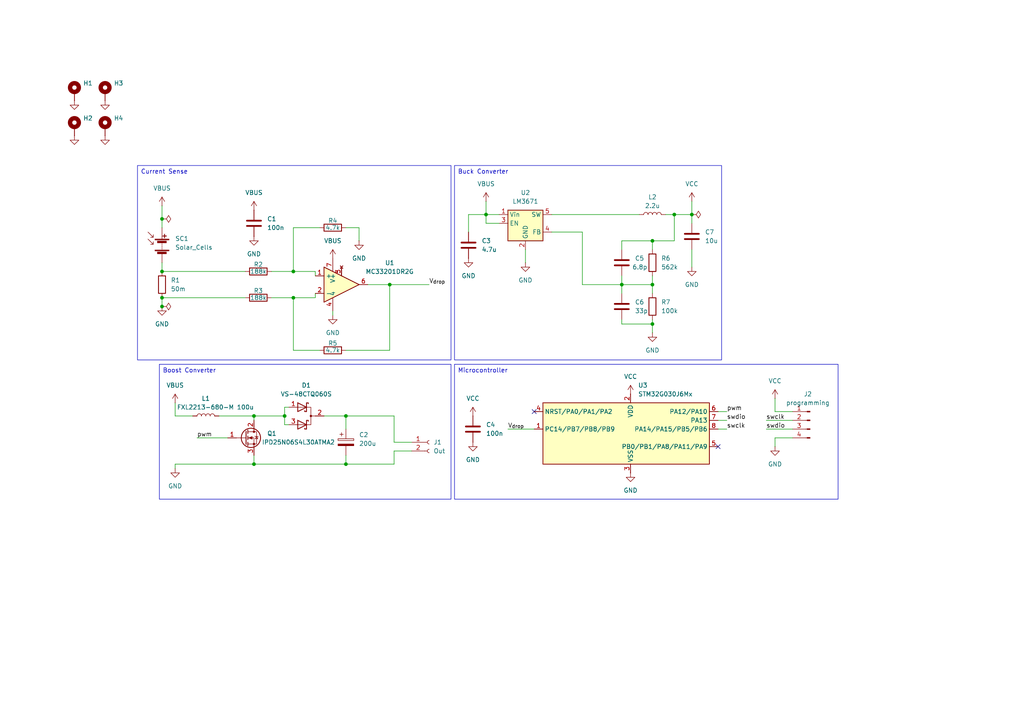
<source format=kicad_sch>
(kicad_sch (version 20231120) (generator "eeschema") (generator_version "8.0")
  (paper "A4")
  (lib_symbols
    (symbol "Connector:Conn_01x02_Socket" (pin_names (offset 1.016) hide)
      (property "Reference" "J" (at 0 2.54 0))
      (property "Value" "Conn_01x02_Socket" (at 0 -5.08 0))
      (symbol "Conn_01x02_Socket_1_1"
        (arc (start 0 -2.032) (mid -0.5058 -2.54) (end 0 -3.048) (stroke (width 0.1524)))
        (polyline (pts (xy -1.27 -2.54) (xy -0.508 -2.54)) (stroke (width 0.1524)))
        (polyline (pts (xy -1.27 0) (xy -0.508 0)) (stroke (width 0.1524)))
        (arc (start 0 0.508) (mid -0.5058 0) (end 0 -0.508) (stroke (width 0.1524)))
        (pin passive line (at -5.08 0 0) (length 3.81) (name "Pin_1") (number "1"))
        (pin passive line (at -5.08 -2.54 0) (length 3.81) (name "Pin_2") (number "2"))
      )
    )
    (symbol "Connector:Conn_01x04_Pin" (pin_names (offset 1.016) hide)
      (property "Reference" "J" (at 0 5.08 0))
      (property "Value" "Conn_01x04_Pin" (at 0 -7.62 0))
      (symbol "Conn_01x04_Pin_1_1"
        (polyline (pts (xy 1.27 -5.08) (xy 0.8636 -5.08)) (stroke (width 0.1524)))
        (polyline (pts (xy 1.27 -2.54) (xy 0.8636 -2.54)) (stroke (width 0.1524)))
        (polyline (pts (xy 1.27 0) (xy 0.8636 0)) (stroke (width 0.1524)))
        (polyline (pts (xy 1.27 2.54) (xy 0.8636 2.54)) (stroke (width 0.1524)))
        (rectangle (start 0.8636 -4.953) (end 0 -5.207) (stroke (width 0.1524)) (fill (type outline)))
        (rectangle (start 0.8636 -2.413) (end 0 -2.667) (stroke (width 0.1524)) (fill (type outline)))
        (rectangle (start 0.8636 0.127) (end 0 -0.127) (stroke (width 0.1524)) (fill (type outline)))
        (rectangle (start 0.8636 2.667) (end 0 2.413) (stroke (width 0.1524)) (fill (type outline)))
        (pin passive line (at 5.08 2.54 180) (length 3.81) (name "Pin_1") (number "1"))
        (pin passive line (at 5.08 0 180) (length 3.81) (name "Pin_2") (number "2"))
        (pin passive line (at 5.08 -2.54 180) (length 3.81) (name "Pin_3") (number "3"))
        (pin passive line (at 5.08 -5.08 180) (length 3.81) (name "Pin_4") (number "4"))
      )
    )
    (symbol "Device:C" (pin_numbers hide) (pin_names (offset 0.254))
      (property "Reference" "C" (at 0.635 2.54 0))
      (property "Value" "C" (at 0.635 -2.54 0))
      (symbol "C_0_1"
        (polyline (pts (xy -2.032 -0.762) (xy 2.032 -0.762)) (stroke (width 0.508)))
        (polyline (pts (xy -2.032 0.762) (xy 2.032 0.762)) (stroke (width 0.508)))
      )
      (symbol "C_1_1"
        (pin passive line (at 0 3.81 270) (length 2.794) (name "~") (number "1"))
        (pin passive line (at 0 -3.81 90) (length 2.794) (name "~") (number "2"))
      )
    )
    (symbol "Device:C_Polarized" (pin_numbers hide) (pin_names (offset 0.254))
      (property "Reference" "C" (at 0.635 2.54 0))
      (property "Value" "C_Polarized" (at 0.635 -2.54 0))
      (symbol "C_Polarized_0_1"
        (rectangle (start -2.286 0.508) (end 2.286 1.016))
        (polyline (pts (xy -1.778 2.286) (xy -0.762 2.286)))
        (polyline (pts (xy -1.27 2.794) (xy -1.27 1.778)))
        (rectangle (start 2.286 -0.508) (end -2.286 -1.016) (fill (type outline)))
      )
      (symbol "C_Polarized_1_1"
        (pin passive line (at 0 3.81 270) (length 2.794) (name "~") (number "1"))
        (pin passive line (at 0 -3.81 90) (length 2.794) (name "~") (number "2"))
      )
    )
    (symbol "Device:D_Schottky_Dual_CommonCathode_AKA_Parallel" (pin_names (offset 0.762) hide)
      (property "Reference" "D" (at 0 5.08 0))
      (property "Value" "D_Schottky_Dual_CommonCathode_AKA_Parallel" (at 0 -5.08 0))
      (symbol "D_Schottky_Dual_CommonCathode_AKA_Parallel_0_1"
        (polyline (pts (xy 1.27 0) (xy 2.54 0)))
        (polyline (pts (xy -2.54 -2.54) (xy 1.27 -2.54) (xy 1.27 2.54) (xy -2.54 2.54)))
        (polyline (pts (xy -2.54 -1.27) (xy 0 -2.54) (xy -2.54 -3.81) (xy -2.54 -1.27) (xy -2.54 -1.27) (xy -2.54 -1.27)) (stroke (width 0.254)))
        (polyline (pts (xy -2.54 3.81) (xy 0 2.54) (xy -2.54 1.27) (xy -2.54 3.81) (xy -2.54 3.81) (xy -2.54 3.81)) (stroke (width 0.254)))
        (polyline (pts (xy 0.508 -1.524) (xy 0.508 -1.27) (xy 0 -1.27) (xy 0 -3.81) (xy -0.508 -3.81) (xy -0.508 -3.556)) (stroke (width 0.254)))
        (polyline (pts (xy 0.508 3.556) (xy 0.508 3.81) (xy 0 3.81) (xy 0 1.27) (xy -0.508 1.27) (xy -0.508 1.524)) (stroke (width 0.254)))
        (circle (center 1.27 0) (radius 0.254) (fill (type outline)))
        (pin passive line (at -5.08 2.54 0) (length 2.54) (name "A") (number "1"))
        (pin passive line (at 5.08 0 180) (length 2.54) (name "K") (number "2"))
        (pin passive line (at -5.08 -2.54 0) (length 2.54) (name "A") (number "3"))
      )
    )
    (symbol "Device:L" (pin_numbers hide) (pin_names (offset 1.016) hide)
      (property "Reference" "L" (at -1.27 0 90))
      (property "Value" "L" (at 1.905 0 90))
      (symbol "L_0_1"
        (arc (start 0 -2.54) (mid 0.6323 -1.905) (end 0 -1.27))
        (arc (start 0 -1.27) (mid 0.6323 -0.635) (end 0 0))
        (arc (start 0 0) (mid 0.6323 0.635) (end 0 1.27))
        (arc (start 0 1.27) (mid 0.6323 1.905) (end 0 2.54))
      )
      (symbol "L_1_1"
        (pin passive line (at 0 3.81 270) (length 1.27) (name "1") (number "1"))
        (pin passive line (at 0 -3.81 90) (length 1.27) (name "2") (number "2"))
      )
    )
    (symbol "Device:R" (pin_numbers hide) (pin_names (offset 0))
      (property "Reference" "R" (at 2.032 0 90))
      (property "Value" "R" (at 0 0 90))
      (symbol "R_0_1"
        (rectangle (start -1.016 -2.54) (end 1.016 2.54) (stroke (width 0.254)))
      )
      (symbol "R_1_1"
        (pin passive line (at 0 3.81 270) (length 1.27) (name "~") (number "1"))
        (pin passive line (at 0 -3.81 90) (length 1.27) (name "~") (number "2"))
      )
    )
    (symbol "Device:Solar_Cells" (pin_numbers hide) (pin_names (offset 0) hide)
      (property "Reference" "SC" (at 2.54 2.54 0))
      (property "Value" "Solar_Cells" (at 2.54 0 0))
      (symbol "Solar_Cells_0_1"
        (rectangle (start -2.032 -1.397) (end 2.032 -1.651) (fill (type outline)))
        (rectangle (start -2.032 1.778) (end 2.032 1.524) (fill (type outline)))
        (rectangle (start -1.3208 -1.9812) (end 1.27 -2.4892) (fill (type outline)))
        (rectangle (start -1.3208 1.1938) (end 1.27 0.6858) (fill (type outline)))
        (polyline (pts (xy -2.54 0.254) (xy -4.064 1.778)))
        (polyline (pts (xy -2.54 2.286) (xy -4.064 3.81)))
        (polyline (pts (xy 0 -1.524) (xy 0 -1.27)))
        (polyline (pts (xy 0 -1.016) (xy 0 -0.762)))
        (polyline (pts (xy 0 -0.508) (xy 0 -0.254)))
        (polyline (pts (xy 0 0) (xy 0 0.254)))
        (polyline (pts (xy 0 0.508) (xy 0 0.762)))
        (polyline (pts (xy 0 1.778) (xy 0 2.54)))
        (polyline (pts (xy 0.254 2.667) (xy 1.27 2.667)) (stroke (width 0.254)))
        (polyline (pts (xy 0.762 3.175) (xy 0.762 2.159)) (stroke (width 0.254)))
        (polyline (pts (xy -2.54 1.016) (xy -2.54 0.254) (xy -3.302 0.254)))
        (polyline (pts (xy -2.54 3.048) (xy -2.54 2.286) (xy -3.302 2.286)))
      )
      (symbol "Solar_Cells_1_1"
        (pin passive line (at 0 5.08 270) (length 2.54) (name "+") (number "1"))
        (pin passive line (at 0 -5.08 90) (length 2.54) (name "-") (number "2"))
      )
    )
    (symbol "MCU_ST_STM32G0:STM32G030J6Mx"
      (property "Reference" "U" (at -22.86 11.43 0))
      (property "Value" "STM32G030J6Mx" (at 5.08 11.43 0))
      (symbol "STM32G030J6Mx_0_1"
        (rectangle (start -22.86 -7.62) (end 25.4 10.16) (stroke (width 0.254)) (fill (type background)))
      )
      (symbol "STM32G030J6Mx_1_1"
        (pin bidirectional line (at -25.4 2.54 0) (length 2.54) (name "PC14/PB7/PB8/PB9") (number "1"))
        (pin power_in line (at 2.54 12.7 270) (length 2.54) (name "VDD") (number "2"))
        (pin power_in line (at 2.54 -10.16 90) (length 2.54) (name "VSS") (number "3"))
        (pin input line (at -25.4 7.62 0) (length 2.54) (name "NRST/PA0/PA1/PA2") (number "4"))
        (pin bidirectional line (at 27.94 -2.54 180) (length 2.54) (name "PB0/PB1/PA8/PA11/PA9") (number "5"))
        (pin bidirectional line (at 27.94 7.62 180) (length 2.54) (name "PA12/PA10") (number "6"))
        (pin bidirectional line (at 27.94 5.08 180) (length 2.54) (name "PA13") (number "7"))
        (pin bidirectional line (at 27.94 2.54 180) (length 2.54) (name "PA14/PA15/PB5/PB6") (number "8"))
      )
    )
    (symbol "Mechanical:MountingHole_Pad" (pin_numbers hide) (pin_names (offset 1.016) hide) (exclude_from_sim yes) (in_bom no)
      (property "Reference" "H" (at 0 6.35 0))
      (property "Value" "MountingHole_Pad" (at 0 4.445 0))
      (symbol "MountingHole_Pad_0_1"
        (circle (center 0 1.27) (radius 1.27) (stroke (width 1.27)))
      )
      (symbol "MountingHole_Pad_1_1"
        (pin input line (at 0 -2.54 90) (length 2.54) (name "1") (number "1"))
      )
    )
    (symbol "Regulator_Switching:LM3670MF"
      (property "Reference" "U" (at -5.08 5.08 0))
      (property "Value" "LM3670MF" (at 0 5.08 0))
      (symbol "LM3670MF_0_1"
        (rectangle (start -5.08 3.81) (end 5.08 -5.08) (stroke (width 0.254)) (fill (type background)))
      )
      (symbol "LM3670MF_1_1"
        (pin power_in line (at -7.62 2.54 0) (length 2.54) (name "Vin") (number "1"))
        (pin power_in line (at 0 -7.62 90) (length 2.54) (name "GND") (number "2"))
        (pin input line (at -7.62 0 0) (length 2.54) (name "EN") (number "3"))
        (pin input line (at 7.62 -2.54 180) (length 2.54) (name "FB") (number "4"))
        (pin input line (at 7.62 2.54 180) (length 2.54) (name "SW") (number "5"))
      )
    )
    (symbol "Transistor_FET:IPD50R380CE" (pin_names hide)
      (property "Reference" "Q" (at 5.08 1.905 0))
      (property "Value" "IPD50R380CE" (at 5.08 0 0))
      (symbol "IPD50R380CE_0_1"
        (polyline (pts (xy 0.254 0) (xy -2.54 0)))
        (polyline (pts (xy 0.254 1.905) (xy 0.254 -1.905)) (stroke (width 0.254)))
        (polyline (pts (xy 0.762 -1.27) (xy 0.762 -2.286)) (stroke (width 0.254)))
        (polyline (pts (xy 0.762 0.508) (xy 0.762 -0.508)) (stroke (width 0.254)))
        (polyline (pts (xy 0.762 2.286) (xy 0.762 1.27)) (stroke (width 0.254)))
        (polyline (pts (xy 2.54 2.54) (xy 2.54 1.778)))
        (polyline (pts (xy 2.54 -2.54) (xy 2.54 0) (xy 0.762 0)))
        (polyline (pts (xy 0.762 -1.778) (xy 3.302 -1.778) (xy 3.302 1.778) (xy 0.762 1.778)))
        (polyline (pts (xy 1.016 0) (xy 2.032 0.381) (xy 2.032 -0.381) (xy 1.016 0)) (fill (type outline)))
        (polyline (pts (xy 2.794 0.508) (xy 2.921 0.381) (xy 3.683 0.381) (xy 3.81 0.254)))
        (polyline (pts (xy 3.302 0.381) (xy 2.921 -0.254) (xy 3.683 -0.254) (xy 3.302 0.381)))
        (circle (center 1.651 0) (radius 2.794) (stroke (width 0.254)))
        (circle (center 2.54 -1.778) (radius 0.254) (fill (type outline)))
        (circle (center 2.54 1.778) (radius 0.254) (fill (type outline)))
      )
      (symbol "IPD50R380CE_1_1"
        (pin input line (at -5.08 0 0) (length 2.54) (name "G") (number "1"))
        (pin passive line (at 2.54 5.08 270) (length 2.54) (name "D") (number "2"))
        (pin passive line (at 2.54 -5.08 90) (length 2.54) (name "S") (number "3"))
      )
    )
    (symbol "plib:MC33201DR2G"
      (property "Reference" "U" (at 0 8.89 0))
      (property "Value" "MC33201DR2G" (at 0 -8.89 0))
      (symbol "MC33201DR2G_0_1"
        (polyline (pts (xy 7.62 0) (xy -2.54 5.08) (xy -2.54 -5.08) (xy 7.62 0)) (stroke (width 0.254)) (fill (type background)))
      )
      (symbol "MC33201DR2G_1_0"
        (pin no_connect line (at 2.54 5.08 270) (length 2.54) (name "") (number "3"))
        (pin no_connect line (at 2.54 5.08 270) (length 2.54) (name "") (number "5"))
      )
      (symbol "MC33201DR2G_1_1"
        (pin input line (at -5.08 2.54 0) (length 2.54) (name "+") (number "1"))
        (pin input line (at -5.08 -2.54 0) (length 2.54) (name "-") (number "2"))
        (pin power_in line (at 0 -7.62 90) (length 3.81) (name "4") (number "4"))
        (pin output line (at 10.16 0 180) (length 2.54) (name "~") (number "6"))
        (pin power_in line (at 0 7.62 270) (length 3.81) (name "V+") (number "7"))
      )
    )
    (symbol "power:GND" (power) (pin_numbers hide) (pin_names (offset 0) hide)
      (property "Value" "GND" (at 0 -3.81 0))
      (symbol "GND_0_1"
        (polyline (pts (xy 0 0) (xy 0 -1.27) (xy 1.27 -1.27) (xy 0 -2.54) (xy -1.27 -1.27) (xy 0 -1.27)))
      )
      (symbol "GND_1_1"
        (pin power_in line (at 0 0 270) (length 0) (name "~") (number "1"))
      )
    )
    (symbol "power:PWR_FLAG" (power) (pin_numbers hide) (pin_names (offset 0) hide)
      (property "Value" "PWR_FLAG" (at 0 3.81 0))
      (symbol "PWR_FLAG_0_0"
        (pin power_out line (at 0 0 90) (length 0) (name "~") (number "1"))
      )
      (symbol "PWR_FLAG_0_1"
        (polyline (pts (xy 0 0) (xy 0 1.27) (xy -1.016 1.905) (xy 0 2.54) (xy 1.016 1.905) (xy 0 1.27)))
      )
    )
    (symbol "power:VBUS" (power) (pin_numbers hide) (pin_names (offset 0) hide)
      (property "Value" "VBUS" (at 0 3.556 0))
      (symbol "VBUS_0_1"
        (polyline (pts (xy -0.762 1.27) (xy 0 2.54)))
        (polyline (pts (xy 0 0) (xy 0 2.54)))
        (polyline (pts (xy 0 2.54) (xy 0.762 1.27)))
      )
      (symbol "VBUS_1_1"
        (pin power_in line (at 0 0 90) (length 0) (name "~") (number "1"))
      )
    )
    (symbol "power:VCC" (power) (pin_numbers hide) (pin_names (offset 0) hide)
      (property "Value" "VCC" (at 0 3.556 0))
      (symbol "VCC_0_1"
        (polyline (pts (xy -0.762 1.27) (xy 0 2.54)))
        (polyline (pts (xy 0 0) (xy 0 2.54)))
        (polyline (pts (xy 0 2.54) (xy 0.762 1.27)))
      )
      (symbol "VCC_1_1"
        (pin power_in line (at 0 0 90) (length 0) (name "~") (number "1"))
      )
    )
  )
  (junction (at 100.33 120.65))
  (junction (at 73.66 134.62))
  (junction (at 73.66 120.65))
  (junction (at 140.97 62.23))
  (junction (at 46.99 86.36))
  (junction (at 195.58 62.23))
  (junction (at 46.99 78.74))
  (junction (at 100.33 134.62))
  (junction (at 200.66 62.23))
  (junction (at 180.34 82.55))
  (junction (at 113.03 82.55))
  (junction (at 46.99 63.5))
  (junction (at 85.09 86.36))
  (junction (at 46.99 88.9))
  (junction (at 189.23 82.55))
  (junction (at 82.55 120.65))
  (junction (at 189.23 93.98))
  (junction (at 189.23 69.85))
  (junction (at 85.09 78.74))
  (no_connect (at 208.28 129.54))
  (no_connect (at 154.94 119.38))
  (wire (pts (xy 50.8 120.65) (xy 50.8 116.84)))
  (wire (pts (xy 180.34 82.55) (xy 189.23 82.55)))
  (wire (pts (xy 168.91 82.55) (xy 180.34 82.55)))
  (wire (pts (xy 91.44 86.36) (xy 91.44 85.09)))
  (wire (pts (xy 100.33 101.6) (xy 113.03 101.6)))
  (wire (pts (xy 55.88 120.65) (xy 50.8 120.65)))
  (wire (pts (xy 140.97 62.23) (xy 144.78 62.23)))
  (wire (pts (xy 82.55 118.11) (xy 83.82 118.11)))
  (wire (pts (xy 85.09 66.04) (xy 85.09 78.74)))
  (wire (pts (xy 85.09 78.74) (xy 91.44 78.74)))
  (wire (pts (xy 180.34 93.98) (xy 180.34 92.71)))
  (wire (pts (xy 85.09 86.36) (xy 91.44 86.36)))
  (wire (pts (xy 222.25 121.92) (xy 229.87 121.92)))
  (wire (pts (xy 92.71 66.04) (xy 85.09 66.04)))
  (wire (pts (xy 113.03 82.55) (xy 124.46 82.55)))
  (wire (pts (xy 168.91 67.31) (xy 160.02 67.31)))
  (wire (pts (xy 78.74 86.36) (xy 85.09 86.36)))
  (wire (pts (xy 144.78 64.77) (xy 140.97 64.77)))
  (wire (pts (xy 195.58 62.23) (xy 195.58 69.85)))
  (wire (pts (xy 73.66 132.08) (xy 73.66 134.62)))
  (wire (pts (xy 140.97 62.23) (xy 135.89 62.23)))
  (wire (pts (xy 200.66 62.23) (xy 200.66 64.77)))
  (wire (pts (xy 100.33 120.65) (xy 114.3 120.65)))
  (wire (pts (xy 83.82 123.19) (xy 82.55 123.19)))
  (wire (pts (xy 78.74 78.74) (xy 85.09 78.74)))
  (wire (pts (xy 200.66 62.23) (xy 200.66 58.42)))
  (wire (pts (xy 96.52 90.17) (xy 96.52 91.44)))
  (wire (pts (xy 46.99 86.36) (xy 46.99 88.9)))
  (wire (pts (xy 100.33 124.46) (xy 100.33 120.65)))
  (wire (pts (xy 189.23 85.09) (xy 189.23 82.55)))
  (wire (pts (xy 222.25 124.46) (xy 229.87 124.46)))
  (wire (pts (xy 189.23 69.85) (xy 189.23 72.39)))
  (wire (pts (xy 224.79 115.57) (xy 224.79 119.38)))
  (wire (pts (xy 195.58 69.85) (xy 189.23 69.85)))
  (wire (pts (xy 189.23 69.85) (xy 180.34 69.85)))
  (wire (pts (xy 100.33 134.62) (xy 100.33 132.08)))
  (wire (pts (xy 82.55 123.19) (xy 82.55 120.65)))
  (wire (pts (xy 140.97 64.77) (xy 140.97 62.23)))
  (wire (pts (xy 189.23 92.71) (xy 189.23 93.98)))
  (wire (pts (xy 147.32 124.46) (xy 154.94 124.46)))
  (wire (pts (xy 46.99 86.36) (xy 71.12 86.36)))
  (wire (pts (xy 152.4 72.39) (xy 152.4 76.2)))
  (wire (pts (xy 180.34 82.55) (xy 180.34 85.09)))
  (wire (pts (xy 208.28 121.92) (xy 210.82 121.92)))
  (wire (pts (xy 113.03 82.55) (xy 106.68 82.55)))
  (wire (pts (xy 114.3 130.81) (xy 114.3 134.62)))
  (wire (pts (xy 189.23 93.98) (xy 180.34 93.98)))
  (wire (pts (xy 200.66 72.39) (xy 200.66 77.47)))
  (wire (pts (xy 160.02 62.23) (xy 185.42 62.23)))
  (wire (pts (xy 104.14 66.04) (xy 100.33 66.04)))
  (wire (pts (xy 189.23 80.01) (xy 189.23 82.55)))
  (wire (pts (xy 114.3 120.65) (xy 114.3 128.27)))
  (wire (pts (xy 46.99 66.04) (xy 46.99 63.5)))
  (wire (pts (xy 73.66 120.65) (xy 82.55 120.65)))
  (wire (pts (xy 46.99 78.74) (xy 71.12 78.74)))
  (wire (pts (xy 113.03 101.6) (xy 113.03 82.55)))
  (wire (pts (xy 73.66 134.62) (xy 100.33 134.62)))
  (wire (pts (xy 224.79 119.38) (xy 229.87 119.38)))
  (wire (pts (xy 46.99 63.5) (xy 46.99 59.69)))
  (wire (pts (xy 114.3 134.62) (xy 100.33 134.62)))
  (wire (pts (xy 114.3 130.81) (xy 119.38 130.81)))
  (wire (pts (xy 195.58 62.23) (xy 200.66 62.23)))
  (wire (pts (xy 85.09 101.6) (xy 85.09 86.36)))
  (wire (pts (xy 135.89 62.23) (xy 135.89 67.31)))
  (wire (pts (xy 208.28 124.46) (xy 210.82 124.46)))
  (wire (pts (xy 140.97 58.42) (xy 140.97 62.23)))
  (wire (pts (xy 114.3 128.27) (xy 119.38 128.27)))
  (wire (pts (xy 91.44 78.74) (xy 91.44 80.01)))
  (wire (pts (xy 50.8 134.62) (xy 73.66 134.62)))
  (wire (pts (xy 73.66 120.65) (xy 73.66 121.92)))
  (wire (pts (xy 104.14 69.85) (xy 104.14 66.04)))
  (wire (pts (xy 180.34 80.01) (xy 180.34 82.55)))
  (wire (pts (xy 208.28 119.38) (xy 210.82 119.38)))
  (wire (pts (xy 193.04 62.23) (xy 195.58 62.23)))
  (wire (pts (xy 168.91 82.55) (xy 168.91 67.31)))
  (wire (pts (xy 57.15 127) (xy 66.04 127)))
  (wire (pts (xy 224.79 127) (xy 224.79 129.54)))
  (wire (pts (xy 63.5 120.65) (xy 73.66 120.65)))
  (wire (pts (xy 50.8 135.89) (xy 50.8 134.62)))
  (wire (pts (xy 93.98 120.65) (xy 100.33 120.65)))
  (wire (pts (xy 82.55 120.65) (xy 82.55 118.11)))
  (wire (pts (xy 46.99 76.2) (xy 46.99 78.74)))
  (wire (pts (xy 224.79 127) (xy 229.87 127)))
  (wire (pts (xy 180.34 69.85) (xy 180.34 72.39)))
  (wire (pts (xy 92.71 101.6) (xy 85.09 101.6)))
  (wire (pts (xy 189.23 93.98) (xy 189.23 96.52)))
  (text_box "Current Sense" (at 39.878 48.006 0) (size 90.932 56.388) (effects (font (size 1.27 1.27)) (justify left top)))
  (text_box "Boost Converter" (at 46.228 105.664 0) (size 84.582 39.116) (effects (font (size 1.27 1.27)) (justify left top)))
  (text_box "Microcontroller" (at 131.826 105.664 0) (size 111.252 39.116) (effects (font (size 1.27 1.27)) (justify left top)))
  (text_box "Buck Converter" (at 131.826 48.006 0) (size 77.47 56.388) (effects (font (size 1.27 1.27)) (justify left top)))
  (label "pwm" (at 57.15 127 0))
  (label "V_{drop}" (at 147.32 124.46 0))
  (label "V_{drop}" (at 124.46 82.55 0))
  (label "swclk" (at 210.82 124.46 0))
  (label "pwm" (at 210.82 119.38 0))
  (label "swclk" (at 222.25 121.92 0))
  (label "swdio" (at 222.25 124.46 0))
  (label "swdio" (at 210.82 121.92 0))
  (symbol (lib_id "power:VCC") (at 182.88 114.3 0) (unit 1)
    (property "Reference" "#PWR015" (effects (hide yes)))
    (property "Value" "VCC" (at 182.88 109.22 0))
    (property "Description" "Power symbol creates a global label with name \"VCC\"" (effects (hide yes)))
  )
  (symbol (lib_id "power:VBUS") (at 73.66 60.96 0) (unit 1)
    (property "Reference" "#PWR05" (effects (hide yes)))
    (property "Value" "VBUS" (at 73.66 55.88 0))
    (property "Description" "Power symbol creates a global label with name \"VBUS\"" (effects (hide yes)))
  )
  (symbol (lib_id "power:GND") (at 50.8 135.89 0) (unit 1)
    (property "Reference" "#PWR04" (effects (hide yes)))
    (property "Value" "GND" (at 50.8 140.97 0))
    (property "Description" "Power symbol creates a global label with name \"GND\" , ground" (effects (hide yes)))
  )
  (symbol (lib_id "power:GND") (at 96.52 91.44 0) (unit 1)
    (property "Reference" "#PWR08" (effects (hide yes)))
    (property "Value" "GND" (at 96.52 96.52 0))
    (property "Description" "Power symbol creates a global label with name \"GND\" , ground" (effects (hide yes)))
  )
  (symbol (lib_id "Device:D_Schottky_Dual_CommonCathode_AKA_Parallel") (at 88.9 120.65 0) (unit 1)
    (property "Reference" "D1" (at 88.8365 111.76 0))
    (property "Value" "VS-48CTQ060S" (at 88.8365 114.3 0))
    (property "Footprint" "Package_TO_SOT_SMD:TO-252-2" (effects (hide yes)))
    (property "Description" "Dual Schottky diode, common anode on pin 1" (effects (hide yes)))
  )
  (symbol (lib_id "power:VBUS") (at 96.52 74.93 0) (unit 1)
    (property "Reference" "#PWR07" (effects (hide yes)))
    (property "Value" "VBUS" (at 96.52 69.85 0))
    (property "Description" "Power symbol creates a global label with name \"VBUS\"" (effects (hide yes)))
  )
  (symbol (lib_id "Transistor_FET:IPD50R380CE") (at 71.12 127 0) (unit 1)
    (property "Reference" "Q1" (at 77.47 125.7299 0) (effects (justify left)))
    (property "Value" "IPD25N06S4L30ATMA2" (at 75.946 128.27 0) (effects (justify left)))
    (property "Footprint" "Package_TO_SOT_SMD:TO-252-2" (effects (hide yes)))
    (property "Datasheet" "https://www.infineon.com/dgdl/Infineon-IPD50R380CE-DS-v02_01-en.pdf?fileId=db3a30433ecb86d4013ed0a2ef580f38" (effects (hide yes)))
    (property "Description" "14.1A Id, 500V Vds, CoolMOS N-Channel Power MOSFET, 380mOhm Ron, 24.8nC Qg (typ), TO-252-2" (effects (hide yes)))
  )
  (symbol (lib_id "power:PWR_FLAG") (at 46.99 88.9 270) (unit 1)
    (property "Reference" "#FLG02" (effects (hide yes)))
    (property "Value" "PWR_FLAG" (effects (hide yes)))
    (property "Description" "Special symbol for telling ERC where power comes from" (effects (hide yes)))
  )
  (symbol (lib_id "plib:MC33201DR2G") (at 96.52 82.55 0) (unit 1)
    (property "Reference" "U1" (at 113.03 76.2314 0))
    (property "Value" "MC33201DR2G" (at 113.03 78.7714 0))
    (property "Footprint" "Package_SO:SOIC-8_3.9x4.9mm_P1.27mm" (effects (hide yes)))
    (property "Datasheet" "https://lcsc.com/product-detail/General-Purpose-Amplifiers_ON_MC33201DR2G_MC33201DR2G_C153755.html" (effects (hide yes)))
    (property "LCSC Part" "C153755" (effects (hide yes)))
  )
  (symbol (lib_id "Mechanical:MountingHole_Pad") (at 21.59 36.83 0) (unit 1) (exclude_from_sim yes) (in_bom no)
    (property "Reference" "H2" (at 24.13 34.2899 0) (effects (justify left)))
    (property "Value" "MountingHole_Pad" (effects (hide yes)))
    (property "Footprint" "MountingHole:MountingHole_3.2mm_M3_Pad" (effects (hide yes)))
    (property "Description" "Mounting Hole with connection" (effects (hide yes)))
  )
  (symbol (lib_id "Device:R") (at 189.23 76.2 0) (unit 1)
    (property "Reference" "R6" (at 191.77 74.9299 0) (effects (justify left)))
    (property "Value" "562k" (at 191.77 77.4699 0) (effects (justify left)))
    (property "Footprint" "Resistor_SMD:R_0805_2012Metric" (effects (hide yes)))
    (property "Description" "Resistor" (effects (hide yes)))
  )
  (symbol (lib_id "Device:C") (at 137.16 124.46 0) (unit 1)
    (property "Reference" "C4" (at 140.97 123.1899 0) (effects (justify left)))
    (property "Value" "100n" (at 140.97 125.7299 0) (effects (justify left)))
    (property "Footprint" "Capacitor_SMD:C_0805_2012Metric" (effects (hide yes)))
    (property "Description" "Unpolarized capacitor" (effects (hide yes)))
  )
  (symbol (lib_id "Device:R") (at 46.99 82.55 0) (unit 1)
    (property "Reference" "R1" (at 49.53 81.2799 0) (effects (justify left)))
    (property "Value" "50m" (at 49.53 83.8199 0) (effects (justify left)))
    (property "Footprint" "Resistor_SMD:R_2512_6332Metric" (effects (hide yes)))
    (property "Description" "Resistor" (effects (hide yes)))
  )
  (symbol (lib_id "power:GND") (at 189.23 96.52 0) (unit 1)
    (property "Reference" "#PWR017" (effects (hide yes)))
    (property "Value" "GND" (at 189.23 101.6 0))
    (property "Description" "Power symbol creates a global label with name \"GND\" , ground" (effects (hide yes)))
  )
  (symbol (lib_id "power:GND") (at 73.66 68.58 0) (unit 1)
    (property "Reference" "#PWR06" (effects (hide yes)))
    (property "Value" "GND" (at 73.66 73.66 0))
    (property "Description" "Power symbol creates a global label with name \"GND\" , ground" (effects (hide yes)))
  )
  (symbol (lib_id "Device:C") (at 73.66 64.77 0) (unit 1)
    (property "Reference" "C1" (at 77.47 63.4999 0) (effects (justify left)))
    (property "Value" "100n" (at 77.47 66.0399 0) (effects (justify left)))
    (property "Footprint" "Capacitor_SMD:C_0805_2012Metric" (effects (hide yes)))
    (property "Description" "Unpolarized capacitor" (effects (hide yes)))
  )
  (symbol (lib_id "power:VBUS") (at 140.97 58.42 0) (unit 1)
    (property "Reference" "#PWR013" (effects (hide yes)))
    (property "Value" "VBUS" (at 140.97 53.34 0))
    (property "Description" "Power symbol creates a global label with name \"VBUS\"" (effects (hide yes)))
  )
  (symbol (lib_id "power:VCC") (at 200.66 58.42 0) (unit 1)
    (property "Reference" "#PWR018" (effects (hide yes)))
    (property "Value" "VCC" (at 200.66 53.34 0))
    (property "Description" "Power symbol creates a global label with name \"VCC\"" (effects (hide yes)))
  )
  (symbol (lib_id "power:GND") (at 21.59 39.37 0) (unit 1)
    (property "Reference" "#PWR023" (effects (hide yes)))
    (property "Value" "GND" (effects (hide yes)))
    (property "Description" "Power symbol creates a global label with name \"GND\" , ground" (effects (hide yes)))
  )
  (symbol (lib_id "power:GND") (at 21.59 29.21 0) (unit 1)
    (property "Reference" "#PWR022" (effects (hide yes)))
    (property "Value" "GND" (effects (hide yes)))
    (property "Description" "Power symbol creates a global label with name \"GND\" , ground" (effects (hide yes)))
  )
  (symbol (lib_id "power:VCC") (at 224.79 115.57 0) (unit 1)
    (property "Reference" "#PWR020" (effects (hide yes)))
    (property "Value" "VCC" (at 224.79 110.49 0))
    (property "Description" "Power symbol creates a global label with name \"VCC\"" (effects (hide yes)))
  )
  (symbol (lib_id "Device:Solar_Cells") (at 46.99 71.12 0) (unit 1)
    (property "Reference" "SC1" (at 50.8 69.2149 0) (effects (justify left)))
    (property "Value" "Solar_Cells" (at 50.8 71.7549 0) (effects (justify left)))
    (property "Footprint" "Connector_PinHeader_2.54mm:PinHeader_1x02_P2.54mm_Vertical" (effects (hide yes)))
    (property "Description" "Multiple solar cells" (effects (hide yes)))
  )
  (symbol (lib_id "power:VBUS") (at 46.99 59.69 0) (unit 1)
    (property "Reference" "#PWR01" (effects (hide yes)))
    (property "Value" "VBUS" (at 46.99 54.61 0))
    (property "Description" "Power symbol creates a global label with name \"VBUS\"" (effects (hide yes)))
  )
  (symbol (lib_id "power:VBUS") (at 50.8 116.84 0) (unit 1)
    (property "Reference" "#PWR03" (effects (hide yes)))
    (property "Value" "VBUS" (at 50.8 111.76 0))
    (property "Description" "Power symbol creates a global label with name \"VBUS\"" (effects (hide yes)))
  )
  (symbol (lib_id "Device:C_Polarized") (at 100.33 128.27 0) (unit 1)
    (property "Reference" "C2" (at 104.14 126.1109 0) (effects (justify left)))
    (property "Value" "200u" (at 104.14 128.6509 0) (effects (justify left)))
    (property "Footprint" "Capacitor_THT:CP_Radial_D12.5mm_P5.00mm" (effects (hide yes)))
    (property "Description" "Polarized capacitor" (effects (hide yes)))
  )
  (symbol (lib_id "power:GND") (at 182.88 137.16 0) (unit 1)
    (property "Reference" "#PWR016" (effects (hide yes)))
    (property "Value" "GND" (at 182.88 142.24 0))
    (property "Description" "Power symbol creates a global label with name \"GND\" , ground" (effects (hide yes)))
  )
  (symbol (lib_id "power:PWR_FLAG") (at 46.99 63.5 270) (unit 1)
    (property "Reference" "#FLG01" (effects (hide yes)))
    (property "Value" "PWR_FLAG" (effects (hide yes)))
    (property "Description" "Special symbol for telling ERC where power comes from" (effects (hide yes)))
  )
  (symbol (lib_id "power:PWR_FLAG") (at 200.66 62.23 270) (unit 1)
    (property "Reference" "#FLG03" (effects (hide yes)))
    (property "Value" "PWR_FLAG" (effects (hide yes)))
    (property "Description" "Special symbol for telling ERC where power comes from" (effects (hide yes)))
  )
  (symbol (lib_id "Connector:Conn_01x02_Socket") (at 124.46 128.27 0) (unit 1)
    (property "Reference" "J1" (at 125.73 128.2699 0) (effects (justify left)))
    (property "Value" "Out" (at 125.73 130.8099 0) (effects (justify left)))
    (property "Footprint" "Connector_PinSocket_2.54mm:PinSocket_1x02_P2.54mm_Vertical" (effects (hide yes)))
    (property "Description" "Generic connector, single row, 01x02, script generated" (effects (hide yes)))
  )
  (symbol (lib_id "power:GND") (at 224.79 129.54 0) (unit 1)
    (property "Reference" "#PWR021" (effects (hide yes)))
    (property "Value" "GND" (at 224.79 134.62 0))
    (property "Description" "Power symbol creates a global label with name \"GND\" , ground" (effects (hide yes)))
  )
  (symbol (lib_id "power:GND") (at 104.14 69.85 0) (unit 1)
    (property "Reference" "#PWR09" (effects (hide yes)))
    (property "Value" "GND" (at 104.14 74.93 0))
    (property "Description" "Power symbol creates a global label with name \"GND\" , ground" (effects (hide yes)))
  )
  (symbol (lib_id "power:VCC") (at 137.16 120.65 0) (unit 1)
    (property "Reference" "#PWR011" (effects (hide yes)))
    (property "Value" "VCC" (at 137.16 115.57 0))
    (property "Description" "Power symbol creates a global label with name \"VCC\"" (effects (hide yes)))
  )
  (symbol (lib_id "Device:L") (at 189.23 62.23 90) (unit 1)
    (property "Reference" "L2" (at 189.23 57.15 90))
    (property "Value" "2.2u" (at 189.23 59.69 90))
    (property "Footprint" "Inductor_SMD:L_Vishay_IHLP-1212" (effects (hide yes)))
    (property "Description" "Inductor" (effects (hide yes)))
  )
  (symbol (lib_id "Device:R") (at 74.93 78.74 90) (unit 1)
    (property "Reference" "R2" (at 74.93 76.708 90))
    (property "Value" "188k" (at 74.93 78.74 90))
    (property "Footprint" "Resistor_SMD:R_0805_2012Metric" (effects (hide yes)))
    (property "Description" "Resistor" (effects (hide yes)))
  )
  (symbol (lib_id "Mechanical:MountingHole_Pad") (at 21.59 26.67 0) (unit 1) (exclude_from_sim yes) (in_bom no)
    (property "Reference" "H1" (at 24.13 24.1299 0) (effects (justify left)))
    (property "Value" "MountingHole_Pad" (effects (hide yes)))
    (property "Footprint" "MountingHole:MountingHole_3.2mm_M3_Pad" (effects (hide yes)))
    (property "Description" "Mounting Hole with connection" (effects (hide yes)))
  )
  (symbol (lib_id "Device:L") (at 59.69 120.65 90) (unit 1)
    (property "Reference" "L1" (at 59.69 115.57 90))
    (property "Value" "FXL2213-680-M 100u" (at 62.484 118.11 90))
    (property "Footprint" "plib:IND-SMD_L23.5-W22.0" (effects (hide yes)))
    (property "Description" "Inductor" (effects (hide yes)))
  )
  (symbol (lib_id "MCU_ST_STM32G0:STM32G030J6Mx") (at 180.34 127 0) (unit 1)
    (property "Reference" "U3" (at 185.0741 111.76 0) (effects (justify left)))
    (property "Value" "STM32G030J6Mx" (at 185.0741 114.3 0) (effects (justify left)))
    (property "Footprint" "Package_SO:SOIC-8_3.9x4.9mm_P1.27mm" (effects (hide yes)))
    (property "Datasheet" "https://www.st.com/resource/en/datasheet/stm32g030j6.pdf" (effects (hide yes)))
    (property "Description" "STMicroelectronics Arm Cortex-M0+ MCU, 32KB flash, 8KB RAM, 64 MHz, 2.0-3.6V, 6 GPIO, SO8N" (effects (hide yes)))
  )
  (symbol (lib_id "Device:C") (at 135.89 71.12 0) (unit 1)
    (property "Reference" "C3" (at 139.7 69.8499 0) (effects (justify left)))
    (property "Value" "4.7u" (at 139.7 72.3899 0) (effects (justify left)))
    (property "Footprint" "Capacitor_SMD:C_0805_2012Metric" (effects (hide yes)))
    (property "Description" "Unpolarized capacitor" (effects (hide yes)))
  )
  (symbol (lib_id "Device:R") (at 74.93 86.36 90) (unit 1)
    (property "Reference" "R3" (at 74.93 84.328 90))
    (property "Value" "188k" (at 74.93 86.36 90))
    (property "Footprint" "Resistor_SMD:R_0805_2012Metric" (effects (hide yes)))
    (property "Description" "Resistor" (effects (hide yes)))
  )
  (symbol (lib_id "Device:C") (at 200.66 68.58 0) (unit 1)
    (property "Reference" "C7" (at 204.47 67.3099 0) (effects (justify left)))
    (property "Value" "10u" (at 204.47 69.8499 0) (effects (justify left)))
    (property "Footprint" "Capacitor_SMD:C_0805_2012Metric" (effects (hide yes)))
    (property "Description" "Unpolarized capacitor" (effects (hide yes)))
  )
  (symbol (lib_id "Device:C") (at 180.34 76.2 0) (unit 1)
    (property "Reference" "C5" (at 184.15 74.9299 0) (effects (justify left)))
    (property "Value" "6.8p" (at 183.388 77.47 0) (effects (justify left)))
    (property "Footprint" "Capacitor_SMD:C_0805_2012Metric" (effects (hide yes)))
    (property "Description" "Unpolarized capacitor" (effects (hide yes)))
  )
  (symbol (lib_id "power:GND") (at 135.89 74.93 0) (unit 1)
    (property "Reference" "#PWR010" (effects (hide yes)))
    (property "Value" "GND" (at 135.89 80.01 0))
    (property "Description" "Power symbol creates a global label with name \"GND\" , ground" (effects (hide yes)))
  )
  (symbol (lib_id "power:GND") (at 30.48 29.21 0) (unit 1)
    (property "Reference" "#PWR025" (effects (hide yes)))
    (property "Value" "GND" (effects (hide yes)))
    (property "Description" "Power symbol creates a global label with name \"GND\" , ground" (effects (hide yes)))
  )
  (symbol (lib_id "Regulator_Switching:LM3670MF") (at 152.4 64.77 0) (unit 1)
    (property "Reference" "U2" (at 152.4 55.88 0))
    (property "Value" "LM3671" (at 152.4 58.42 0))
    (property "Footprint" "Package_TO_SOT_SMD:TSOT-23-5" (effects (hide yes)))
    (property "Datasheet" "http://www.ti.com/lit/ds/symlink/lm3670.pdf" (effects (hide yes)))
    (property "Description" "Miniature Step-Down DC-DC Converter for Ultralow Voltage Circuits, 2.5V < Vin < 5.5V, adjustable output voltage, SOT-23-5" (effects (hide yes)))
  )
  (symbol (lib_id "power:GND") (at 30.48 39.37 0) (unit 1)
    (property "Reference" "#PWR024" (effects (hide yes)))
    (property "Value" "GND" (effects (hide yes)))
    (property "Description" "Power symbol creates a global label with name \"GND\" , ground" (effects (hide yes)))
  )
  (symbol (lib_id "Device:R") (at 96.52 101.6 90) (unit 1)
    (property "Reference" "R5" (at 96.52 99.568 90))
    (property "Value" "4.7k" (at 96.52 101.6 90))
    (property "Footprint" "Resistor_SMD:R_0805_2012Metric" (effects (hide yes)))
    (property "Description" "Resistor" (effects (hide yes)))
  )
  (symbol (lib_id "Mechanical:MountingHole_Pad") (at 30.48 26.67 0) (unit 1) (exclude_from_sim yes) (in_bom no)
    (property "Reference" "H3" (at 33.02 24.1299 0) (effects (justify left)))
    (property "Value" "MountingHole_Pad" (effects (hide yes)))
    (property "Footprint" "MountingHole:MountingHole_3.2mm_M3_Pad" (effects (hide yes)))
    (property "Description" "Mounting Hole with connection" (effects (hide yes)))
  )
  (symbol (lib_id "power:GND") (at 137.16 128.27 0) (unit 1)
    (property "Reference" "#PWR012" (effects (hide yes)))
    (property "Value" "GND" (at 137.16 133.35 0))
    (property "Description" "Power symbol creates a global label with name \"GND\" , ground" (effects (hide yes)))
  )
  (symbol (lib_id "power:GND") (at 46.99 88.9 0) (unit 1)
    (property "Reference" "#PWR02" (effects (hide yes)))
    (property "Value" "GND" (at 46.99 93.98 0))
    (property "Description" "Power symbol creates a global label with name \"GND\" , ground" (effects (hide yes)))
  )
  (symbol (lib_id "power:GND") (at 200.66 77.47 0) (unit 1)
    (property "Reference" "#PWR019" (effects (hide yes)))
    (property "Value" "GND" (at 200.66 82.55 0))
    (property "Description" "Power symbol creates a global label with name \"GND\" , ground" (effects (hide yes)))
  )
  (symbol (lib_id "Connector:Conn_01x04_Pin") (at 234.95 121.92 0) (mirror y) (unit 1)
    (property "Reference" "J2" (at 234.315 114.3 0))
    (property "Value" "programming" (at 234.315 116.84 0))
    (property "Footprint" "Connector_PinHeader_2.54mm:PinHeader_1x04_P2.54mm_Vertical" (effects (hide yes)))
    (property "Description" "Generic connector, single row, 01x04, script generated" (effects (hide yes)))
  )
  (symbol (lib_id "power:GND") (at 152.4 76.2 0) (unit 1)
    (property "Reference" "#PWR014" (effects (hide yes)))
    (property "Value" "GND" (at 152.4 81.28 0))
    (property "Description" "Power symbol creates a global label with name \"GND\" , ground" (effects (hide yes)))
  )
  (symbol (lib_id "Device:R") (at 96.52 66.04 90) (unit 1)
    (property "Reference" "R4" (at 96.52 64.008 90))
    (property "Value" "4.7k" (at 96.52 66.04 90))
    (property "Footprint" "Resistor_SMD:R_0805_2012Metric" (effects (hide yes)))
    (property "Description" "Resistor" (effects (hide yes)))
  )
  (symbol (lib_id "Device:R") (at 189.23 88.9 0) (unit 1)
    (property "Reference" "R7" (at 191.77 87.6299 0) (effects (justify left)))
    (property "Value" "100k" (at 191.77 90.1699 0) (effects (justify left)))
    (property "Footprint" "Resistor_SMD:R_0805_2012Metric" (effects (hide yes)))
    (property "Description" "Resistor" (effects (hide yes)))
  )
  (symbol (lib_id "Mechanical:MountingHole_Pad") (at 30.48 36.83 0) (unit 1) (exclude_from_sim yes) (in_bom no)
    (property "Reference" "H4" (at 33.02 34.2899 0) (effects (justify left)))
    (property "Value" "MountingHole_Pad" (effects (hide yes)))
    (property "Footprint" "MountingHole:MountingHole_3.2mm_M3_Pad" (effects (hide yes)))
    (property "Description" "Mounting Hole with connection" (effects (hide yes)))
  )
  (symbol (lib_id "Device:C") (at 180.34 88.9 0) (unit 1)
    (property "Reference" "C6" (at 184.15 87.6299 0) (effects (justify left)))
    (property "Value" "33p" (at 184.15 90.1699 0) (effects (justify left)))
    (property "Footprint" "Capacitor_SMD:C_0805_2012Metric" (effects (hide yes)))
    (property "Description" "Unpolarized capacitor" (effects (hide yes)))
  )
)
</source>
